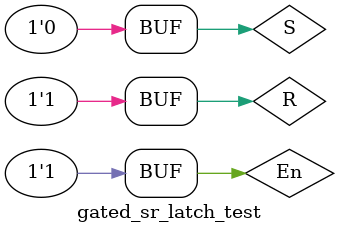
<source format=v>
module gated_sr_latch_test;
    reg S,R,En;
    wire Q, Qbar;
    gated_sr_latch LAT(Q, Qbar, S, R, En);
    initial
        begin
            $monitor($time, " En=%b, S=%b, R=%b, Q=%b, Qbar=%b", En, S, R, Q, Qbar);
            En=1'b0; S=1'b0; R=1'b1;     //Enable is 0(low)
            #5 En=1'b0; S=1'b1; R=1'b0;
            #5 En=1'b0; S=1'b0; R=1'b0;
            #5 En=1'b0; S=1'b1; R=1'b1;

            #5 En=1'b1; S=1'b0; R=1'b1;     //reset //Enable is 1(High) at t=20 sec
            #5 S=1'b0; R=1'b0;              //memory
            #5 S=1'b1; R=1'b0;              //set
            #5 S=1'b0; R=1'b0;              //memory
            #5 S=1'b1; R=1'b1;              //invalid output
            #5 S=1'b1; R=1'b0;              //set
            #5 S=1'b0; R=1'b1;              //reset
        end
endmodule
</source>
